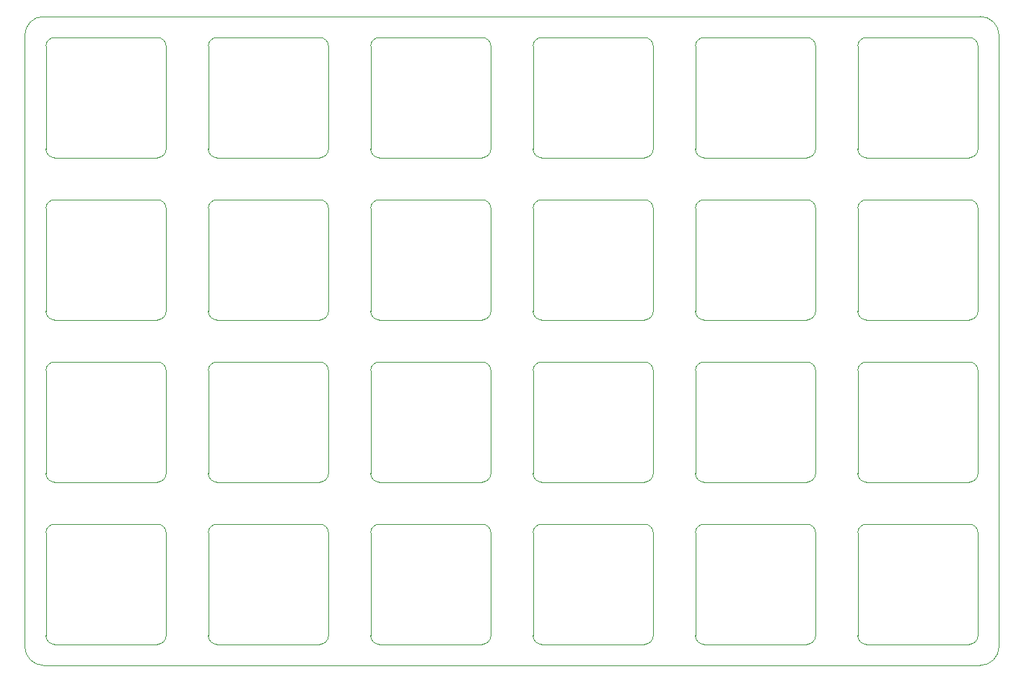
<source format=gbr>
%TF.GenerationSoftware,KiCad,Pcbnew,9.0.5-9.0.5~ubuntu24.04.1*%
%TF.CreationDate,2025-10-31T14:55:20+08:00*%
%TF.ProjectId,TPS,5450532e-6b69-4636-9164-5f7063625858,rev?*%
%TF.SameCoordinates,Original*%
%TF.FileFunction,Profile,NP*%
%FSLAX46Y46*%
G04 Gerber Fmt 4.6, Leading zero omitted, Abs format (unit mm)*
G04 Created by KiCad (PCBNEW 9.0.5-9.0.5~ubuntu24.04.1) date 2025-10-31 14:55:20*
%MOMM*%
%LPD*%
G01*
G04 APERTURE LIST*
%TA.AperFunction,Profile*%
%ADD10C,0.100000*%
%TD*%
%TA.AperFunction,Profile*%
%ADD11C,0.050000*%
%TD*%
G04 APERTURE END LIST*
D10*
X200224676Y-28999911D02*
G75*
G02*
X202424689Y-31199911I24J-2199989D01*
G01*
X88124677Y-31199911D02*
X88124676Y-102999911D01*
X90324700Y-105199911D02*
X200224676Y-105199911D01*
X202424676Y-102999900D02*
X202424676Y-31207463D01*
X202424676Y-102999911D02*
G75*
G02*
X200224676Y-105199876I-2199976J11D01*
G01*
X90324676Y-105199911D02*
G75*
G02*
X88124689Y-102999911I24J2200011D01*
G01*
X90324676Y-28999911D02*
X200224676Y-28999911D01*
X88124676Y-31199911D02*
G75*
G02*
X90324676Y-28999876I2200024J11D01*
G01*
D11*
%TO.C,L19*%
X166799698Y-70574933D02*
X166799698Y-82674889D01*
X167799698Y-69574933D02*
X179899654Y-69574933D01*
X167799698Y-83674889D02*
X179899654Y-83674889D01*
X180899654Y-70574933D02*
X180899654Y-82674889D01*
X166799698Y-70574933D02*
G75*
G02*
X167799698Y-69574933I999999J1D01*
G01*
X167799698Y-83674889D02*
G75*
G02*
X166799698Y-82674889I-1J999999D01*
G01*
X179899654Y-69574933D02*
G75*
G02*
X180899654Y-70574933I2J-999998D01*
G01*
X180899654Y-82674889D02*
G75*
G02*
X179899654Y-83674889I-999998J-2D01*
G01*
%TO.C,L2*%
X90599698Y-51524933D02*
X90599698Y-63624889D01*
X91599698Y-50524933D02*
X103699654Y-50524933D01*
X91599698Y-64624889D02*
X103699654Y-64624889D01*
X104699654Y-51524933D02*
X104699654Y-63624889D01*
X90599698Y-51524933D02*
G75*
G02*
X91599698Y-50524933I999999J1D01*
G01*
X91599698Y-64624889D02*
G75*
G02*
X90599698Y-63624889I-1J999999D01*
G01*
X103699654Y-50524933D02*
G75*
G02*
X104699654Y-51524933I2J-999998D01*
G01*
X104699654Y-63624889D02*
G75*
G02*
X103699654Y-64624889I-999998J-2D01*
G01*
%TO.C,L14*%
X147749698Y-51524933D02*
X147749698Y-63624889D01*
X148749698Y-50524933D02*
X160849654Y-50524933D01*
X148749698Y-64624889D02*
X160849654Y-64624889D01*
X161849654Y-51524933D02*
X161849654Y-63624889D01*
X147749698Y-51524933D02*
G75*
G02*
X148749698Y-50524933I999999J1D01*
G01*
X148749698Y-64624889D02*
G75*
G02*
X147749698Y-63624889I-1J999999D01*
G01*
X160849654Y-50524933D02*
G75*
G02*
X161849654Y-51524933I2J-999998D01*
G01*
X161849654Y-63624889D02*
G75*
G02*
X160849654Y-64624889I-999998J-2D01*
G01*
%TO.C,L7*%
X109649698Y-70574933D02*
X109649698Y-82674889D01*
X110649698Y-69574933D02*
X122749654Y-69574933D01*
X110649698Y-83674889D02*
X122749654Y-83674889D01*
X123749654Y-70574933D02*
X123749654Y-82674889D01*
X109649698Y-70574933D02*
G75*
G02*
X110649698Y-69574933I999999J1D01*
G01*
X110649698Y-83674889D02*
G75*
G02*
X109649698Y-82674889I-1J999999D01*
G01*
X122749654Y-69574933D02*
G75*
G02*
X123749654Y-70574933I2J-999998D01*
G01*
X123749654Y-82674889D02*
G75*
G02*
X122749654Y-83674889I-999998J-2D01*
G01*
%TO.C,L16*%
X147749698Y-89624933D02*
X147749698Y-101724889D01*
X148749698Y-88624933D02*
X160849654Y-88624933D01*
X148749698Y-102724889D02*
X160849654Y-102724889D01*
X161849654Y-89624933D02*
X161849654Y-101724889D01*
X147749698Y-89624933D02*
G75*
G02*
X148749698Y-88624933I999999J1D01*
G01*
X148749698Y-102724889D02*
G75*
G02*
X147749698Y-101724889I-1J999999D01*
G01*
X160849654Y-88624933D02*
G75*
G02*
X161849654Y-89624933I2J-999998D01*
G01*
X161849654Y-101724889D02*
G75*
G02*
X160849654Y-102724889I-999998J-2D01*
G01*
%TO.C,L10*%
X128699698Y-51524933D02*
X128699698Y-63624889D01*
X129699698Y-50524933D02*
X141799654Y-50524933D01*
X129699698Y-64624889D02*
X141799654Y-64624889D01*
X142799654Y-51524933D02*
X142799654Y-63624889D01*
X128699698Y-51524933D02*
G75*
G02*
X129699698Y-50524933I999999J1D01*
G01*
X129699698Y-64624889D02*
G75*
G02*
X128699698Y-63624889I-1J999999D01*
G01*
X141799654Y-50524933D02*
G75*
G02*
X142799654Y-51524933I2J-999998D01*
G01*
X142799654Y-63624889D02*
G75*
G02*
X141799654Y-64624889I-999998J-2D01*
G01*
%TO.C,L20*%
X166799698Y-89624933D02*
X166799698Y-101724889D01*
X167799698Y-88624933D02*
X179899654Y-88624933D01*
X167799698Y-102724889D02*
X179899654Y-102724889D01*
X180899654Y-89624933D02*
X180899654Y-101724889D01*
X166799698Y-89624933D02*
G75*
G02*
X167799698Y-88624933I999999J1D01*
G01*
X167799698Y-102724889D02*
G75*
G02*
X166799698Y-101724889I-1J999999D01*
G01*
X179899654Y-88624933D02*
G75*
G02*
X180899654Y-89624933I2J-999998D01*
G01*
X180899654Y-101724889D02*
G75*
G02*
X179899654Y-102724889I-999998J-2D01*
G01*
%TO.C,L18*%
X166799698Y-51524933D02*
X166799698Y-63624889D01*
X167799698Y-50524933D02*
X179899654Y-50524933D01*
X167799698Y-64624889D02*
X179899654Y-64624889D01*
X180899654Y-51524933D02*
X180899654Y-63624889D01*
X166799698Y-51524933D02*
G75*
G02*
X167799698Y-50524933I999999J1D01*
G01*
X167799698Y-64624889D02*
G75*
G02*
X166799698Y-63624889I-1J999999D01*
G01*
X179899654Y-50524933D02*
G75*
G02*
X180899654Y-51524933I2J-999998D01*
G01*
X180899654Y-63624889D02*
G75*
G02*
X179899654Y-64624889I-999998J-2D01*
G01*
%TO.C,L4*%
X90599698Y-89624933D02*
X90599698Y-101724889D01*
X91599698Y-88624933D02*
X103699654Y-88624933D01*
X91599698Y-102724889D02*
X103699654Y-102724889D01*
X104699654Y-89624933D02*
X104699654Y-101724889D01*
X90599698Y-89624933D02*
G75*
G02*
X91599698Y-88624933I999999J1D01*
G01*
X91599698Y-102724889D02*
G75*
G02*
X90599698Y-101724889I-1J999999D01*
G01*
X103699654Y-88624933D02*
G75*
G02*
X104699654Y-89624933I2J-999998D01*
G01*
X104699654Y-101724889D02*
G75*
G02*
X103699654Y-102724889I-999998J-2D01*
G01*
%TO.C,L13*%
X147749698Y-32474933D02*
X147749698Y-44574889D01*
X148749698Y-31474933D02*
X160849654Y-31474933D01*
X148749698Y-45574889D02*
X160849654Y-45574889D01*
X161849654Y-32474933D02*
X161849654Y-44574889D01*
X147749698Y-32474933D02*
G75*
G02*
X148749698Y-31474933I999999J1D01*
G01*
X148749698Y-45574889D02*
G75*
G02*
X147749698Y-44574889I-1J999999D01*
G01*
X160849654Y-31474933D02*
G75*
G02*
X161849654Y-32474933I2J-999998D01*
G01*
X161849654Y-44574889D02*
G75*
G02*
X160849654Y-45574889I-999998J-2D01*
G01*
%TO.C,L6*%
X109649698Y-51524933D02*
X109649698Y-63624889D01*
X110649698Y-50524933D02*
X122749654Y-50524933D01*
X110649698Y-64624889D02*
X122749654Y-64624889D01*
X123749654Y-51524933D02*
X123749654Y-63624889D01*
X109649698Y-51524933D02*
G75*
G02*
X110649698Y-50524933I999999J1D01*
G01*
X110649698Y-64624889D02*
G75*
G02*
X109649698Y-63624889I-1J999999D01*
G01*
X122749654Y-50524933D02*
G75*
G02*
X123749654Y-51524933I2J-999998D01*
G01*
X123749654Y-63624889D02*
G75*
G02*
X122749654Y-64624889I-999998J-2D01*
G01*
%TO.C,L1*%
X90599698Y-32474933D02*
X90599698Y-44574889D01*
X91599698Y-31474933D02*
X103699654Y-31474933D01*
X91599698Y-45574889D02*
X103699654Y-45574889D01*
X104699654Y-32474933D02*
X104699654Y-44574889D01*
X90599698Y-32474933D02*
G75*
G02*
X91599698Y-31474933I999999J1D01*
G01*
X91599698Y-45574889D02*
G75*
G02*
X90599698Y-44574889I-1J999999D01*
G01*
X103699654Y-31474933D02*
G75*
G02*
X104699654Y-32474933I2J-999998D01*
G01*
X104699654Y-44574889D02*
G75*
G02*
X103699654Y-45574889I-999998J-2D01*
G01*
%TO.C,L17*%
X166799698Y-32474933D02*
X166799698Y-44574889D01*
X167799698Y-31474933D02*
X179899654Y-31474933D01*
X167799698Y-45574889D02*
X179899654Y-45574889D01*
X180899654Y-32474933D02*
X180899654Y-44574889D01*
X166799698Y-32474933D02*
G75*
G02*
X167799698Y-31474933I999999J1D01*
G01*
X167799698Y-45574889D02*
G75*
G02*
X166799698Y-44574889I-1J999999D01*
G01*
X179899654Y-31474933D02*
G75*
G02*
X180899654Y-32474933I2J-999998D01*
G01*
X180899654Y-44574889D02*
G75*
G02*
X179899654Y-45574889I-999998J-2D01*
G01*
%TO.C,L5*%
X109649698Y-32474933D02*
X109649698Y-44574889D01*
X110649698Y-31474933D02*
X122749654Y-31474933D01*
X110649698Y-45574889D02*
X122749654Y-45574889D01*
X123749654Y-32474933D02*
X123749654Y-44574889D01*
X109649698Y-32474933D02*
G75*
G02*
X110649698Y-31474933I999999J1D01*
G01*
X110649698Y-45574889D02*
G75*
G02*
X109649698Y-44574889I-1J999999D01*
G01*
X122749654Y-31474933D02*
G75*
G02*
X123749654Y-32474933I2J-999998D01*
G01*
X123749654Y-44574889D02*
G75*
G02*
X122749654Y-45574889I-999998J-2D01*
G01*
%TO.C,L22*%
X185849698Y-51524933D02*
X185849698Y-63624889D01*
X186849698Y-50524933D02*
X198949654Y-50524933D01*
X186849698Y-64624889D02*
X198949654Y-64624889D01*
X199949654Y-51524933D02*
X199949654Y-63624889D01*
X185849698Y-51524933D02*
G75*
G02*
X186849698Y-50524933I999999J1D01*
G01*
X186849698Y-64624889D02*
G75*
G02*
X185849698Y-63624889I-1J999999D01*
G01*
X198949654Y-50524933D02*
G75*
G02*
X199949654Y-51524933I2J-999998D01*
G01*
X199949654Y-63624889D02*
G75*
G02*
X198949654Y-64624889I-999998J-2D01*
G01*
%TO.C,L24*%
X185849698Y-89624933D02*
X185849698Y-101724889D01*
X186849698Y-88624933D02*
X198949654Y-88624933D01*
X186849698Y-102724889D02*
X198949654Y-102724889D01*
X199949654Y-89624933D02*
X199949654Y-101724889D01*
X185849698Y-89624933D02*
G75*
G02*
X186849698Y-88624933I999999J1D01*
G01*
X186849698Y-102724889D02*
G75*
G02*
X185849698Y-101724889I-1J999999D01*
G01*
X198949654Y-88624933D02*
G75*
G02*
X199949654Y-89624933I2J-999998D01*
G01*
X199949654Y-101724889D02*
G75*
G02*
X198949654Y-102724889I-999998J-2D01*
G01*
%TO.C,L3*%
X90599698Y-70574933D02*
X90599698Y-82674889D01*
X91599698Y-69574933D02*
X103699654Y-69574933D01*
X91599698Y-83674889D02*
X103699654Y-83674889D01*
X104699654Y-70574933D02*
X104699654Y-82674889D01*
X90599698Y-70574933D02*
G75*
G02*
X91599698Y-69574933I999999J1D01*
G01*
X91599698Y-83674889D02*
G75*
G02*
X90599698Y-82674889I-1J999999D01*
G01*
X103699654Y-69574933D02*
G75*
G02*
X104699654Y-70574933I2J-999998D01*
G01*
X104699654Y-82674889D02*
G75*
G02*
X103699654Y-83674889I-999998J-2D01*
G01*
%TO.C,L21*%
X185849698Y-32474933D02*
X185849698Y-44574889D01*
X186849698Y-31474933D02*
X198949654Y-31474933D01*
X186849698Y-45574889D02*
X198949654Y-45574889D01*
X199949654Y-32474933D02*
X199949654Y-44574889D01*
X185849698Y-32474933D02*
G75*
G02*
X186849698Y-31474933I999999J1D01*
G01*
X186849698Y-45574889D02*
G75*
G02*
X185849698Y-44574889I-1J999999D01*
G01*
X198949654Y-31474933D02*
G75*
G02*
X199949654Y-32474933I2J-999998D01*
G01*
X199949654Y-44574889D02*
G75*
G02*
X198949654Y-45574889I-999998J-2D01*
G01*
%TO.C,L12*%
X128699698Y-89624933D02*
X128699698Y-101724889D01*
X129699698Y-88624933D02*
X141799654Y-88624933D01*
X129699698Y-102724889D02*
X141799654Y-102724889D01*
X142799654Y-89624933D02*
X142799654Y-101724889D01*
X128699698Y-89624933D02*
G75*
G02*
X129699698Y-88624933I999999J1D01*
G01*
X129699698Y-102724889D02*
G75*
G02*
X128699698Y-101724889I-1J999999D01*
G01*
X141799654Y-88624933D02*
G75*
G02*
X142799654Y-89624933I2J-999998D01*
G01*
X142799654Y-101724889D02*
G75*
G02*
X141799654Y-102724889I-999998J-2D01*
G01*
%TO.C,L9*%
X128699698Y-32474933D02*
X128699698Y-44574889D01*
X129699698Y-31474933D02*
X141799654Y-31474933D01*
X129699698Y-45574889D02*
X141799654Y-45574889D01*
X142799654Y-32474933D02*
X142799654Y-44574889D01*
X128699698Y-32474933D02*
G75*
G02*
X129699698Y-31474933I999999J1D01*
G01*
X129699698Y-45574889D02*
G75*
G02*
X128699698Y-44574889I-1J999999D01*
G01*
X141799654Y-31474933D02*
G75*
G02*
X142799654Y-32474933I2J-999998D01*
G01*
X142799654Y-44574889D02*
G75*
G02*
X141799654Y-45574889I-999998J-2D01*
G01*
%TO.C,L23*%
X185849698Y-70574933D02*
X185849698Y-82674889D01*
X186849698Y-69574933D02*
X198949654Y-69574933D01*
X186849698Y-83674889D02*
X198949654Y-83674889D01*
X199949654Y-70574933D02*
X199949654Y-82674889D01*
X185849698Y-70574933D02*
G75*
G02*
X186849698Y-69574933I999999J1D01*
G01*
X186849698Y-83674889D02*
G75*
G02*
X185849698Y-82674889I-1J999999D01*
G01*
X198949654Y-69574933D02*
G75*
G02*
X199949654Y-70574933I2J-999998D01*
G01*
X199949654Y-82674889D02*
G75*
G02*
X198949654Y-83674889I-999998J-2D01*
G01*
%TO.C,L11*%
X128699698Y-70574933D02*
X128699698Y-82674889D01*
X129699698Y-69574933D02*
X141799654Y-69574933D01*
X129699698Y-83674889D02*
X141799654Y-83674889D01*
X142799654Y-70574933D02*
X142799654Y-82674889D01*
X128699698Y-70574933D02*
G75*
G02*
X129699698Y-69574933I999999J1D01*
G01*
X129699698Y-83674889D02*
G75*
G02*
X128699698Y-82674889I-1J999999D01*
G01*
X141799654Y-69574933D02*
G75*
G02*
X142799654Y-70574933I2J-999998D01*
G01*
X142799654Y-82674889D02*
G75*
G02*
X141799654Y-83674889I-999998J-2D01*
G01*
%TO.C,L8*%
X109649698Y-89624933D02*
X109649698Y-101724889D01*
X110649698Y-88624933D02*
X122749654Y-88624933D01*
X110649698Y-102724889D02*
X122749654Y-102724889D01*
X123749654Y-89624933D02*
X123749654Y-101724889D01*
X109649698Y-89624933D02*
G75*
G02*
X110649698Y-88624933I999999J1D01*
G01*
X110649698Y-102724889D02*
G75*
G02*
X109649698Y-101724889I-1J999999D01*
G01*
X122749654Y-88624933D02*
G75*
G02*
X123749654Y-89624933I2J-999998D01*
G01*
X123749654Y-101724889D02*
G75*
G02*
X122749654Y-102724889I-999998J-2D01*
G01*
%TO.C,L15*%
X147749698Y-70574933D02*
X147749698Y-82674889D01*
X148749698Y-69574933D02*
X160849654Y-69574933D01*
X148749698Y-83674889D02*
X160849654Y-83674889D01*
X161849654Y-70574933D02*
X161849654Y-82674889D01*
X147749698Y-70574933D02*
G75*
G02*
X148749698Y-69574933I999999J1D01*
G01*
X148749698Y-83674889D02*
G75*
G02*
X147749698Y-82674889I-1J999999D01*
G01*
X160849654Y-69574933D02*
G75*
G02*
X161849654Y-70574933I2J-999998D01*
G01*
X161849654Y-82674889D02*
G75*
G02*
X160849654Y-83674889I-999998J-2D01*
G01*
%TD*%
M02*

</source>
